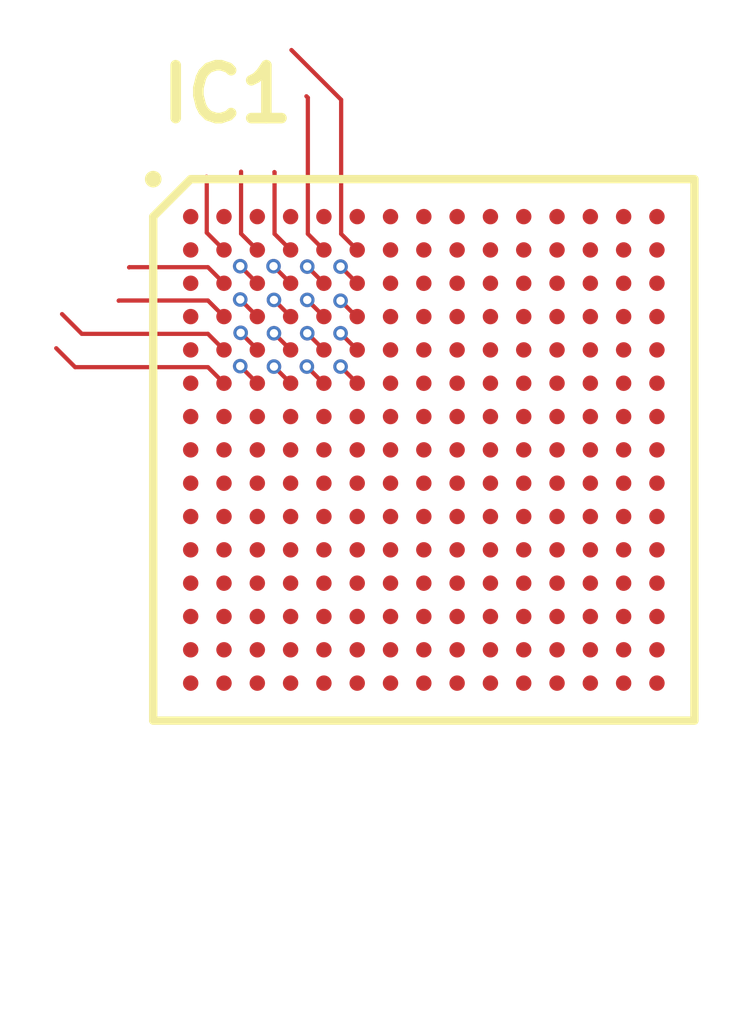
<source format=kicad_pcb>
(kicad_pcb (version 20240108) (generator "pcbnew") (generator_version "8.0")
  (layers (0 "F.Cu" signal) (1 "In1.Cu" signal) (2 "In2.Cu" signal) (31 "B.Cu" signal) (34 "B.Paste" user) (35 "F.Paste" user) (36 "B.SilkS" user "B.Silkscreen") (37 "F.SilkS" user "F.Silkscreen") (38 "B.Mask" user) (39 "F.Mask" user) (44 "Edge.Cuts" user))
  (net 0 "")
  (net 4 "unconnected-(IC1-PG12-PadF2)")
  (net 5 "unconnected-(IC1-PB9-PadC2)")
  (net 21 "unconnected-(IC1-PE1-PadC3)")
  (net 29 "unconnected-(IC1-PE2-PadB2)")
  (net 30 "unconnected-(IC1-PG11-PadF3)")
  (net 53 "unconnected-(IC1-VSS_6-PadD6)")
  (net 60 "unconnected-(IC1-PC14-_OSC32_I_N-PadD2)")
  (net 62 "unconnected-(IC1-PC13-PadE4)")
  (net 78 "unconnected-(IC1-PB5-PadB3)")
  (net 88 "unconnected-(IC1-PF1-PadC5)")
  (net 101 "unconnected-(IC1-PF4-PadB4)")
  (net 106 "unconnected-(IC1-PB3-PadC4)")
  (net 108 "unconnected-(IC1-VCAP4-PadE6)")
  (net 112 "unconnected-(IC1-PG2-PadC6)")
  (net 123 "unconnected-(IC1-PE3-PadF5)")
  (net 141 "unconnected-(IC1-VSS_5-PadD3)")
  (net 146 "unconnected-(IC1-VSS_7-PadE3)")
  (net 150 "unconnected-(IC1-PB6-PadE5)")
  (net 175 "unconnected-(IC1-PF0-PadB5)")
  (net 197 "unconnected-(IC1-PB4-PadD5)")
  (net 199 "unconnected-(IC1-PE5-PadF4)")
  (net 204 "unconnected-(IC1-PB7-PadD4)")
  (net 214 "unconnected-(IC1-PD7-PadB6)")
  (net 217 "unconnected-(IC1-PE4-PadE2)")
  (net 218 "unconnected-(IC1-VSS_9-PadF6)")
  (footprint "Personal_Project:STM32H7S7L8H6H_BGA225C80P15X15_1300X1300X120" (layer "F.Cu") (at 126.9 77.6)
    (property "Reference" "IC1" (at -4.72 -8.54 0) (layer "F.SilkS") (effects (font (size 1.27 1.27) (thickness 0.254))))
    (property "Value" "STM32H7S7L8H6H" (hide yes))
    (fp_line (start -6.5 -5.6) (end -5.6 -6.5) (stroke (width 0.2)) (layer "F.SilkS"))
    (fp_line (start -6.5 6.5) (end -6.5 -5.6) (stroke (width 0.2)) (layer "F.SilkS"))
    (fp_line (start -5.6 -6.5) (end 6.5 -6.5) (stroke (width 0.2)) (layer "F.SilkS"))
    (fp_line (start 6.5 -6.5) (end 6.5 6.5) (stroke (width 0.2)) (layer "F.SilkS"))
    (fp_line (start 6.5 6.5) (end -6.5 6.5) (stroke (width 0.2)) (layer "F.SilkS"))
    (fp_circle (center -6.5 -6.5) (end -6.5 -6.4) (stroke (width 0.2)) (fill none) (layer "F.SilkS"))
    (pad "A1" smd circle (at -5.6 -5.6 90) (size 0.37 0.37) (layers "F.Cu" "F.Paste" "F.Mask"))
    (pad "A2" smd circle (at -4.8 -5.6 90) (size 0.37 0.37) (layers "F.Cu" "F.Paste" "F.Mask"))
    (pad "A3" smd circle (at -4 -5.6 90) (size 0.37 0.37) (layers "F.Cu" "F.Paste" "F.Mask"))
    (pad "A4" smd circle (at -3.2 -5.6 90) (size 0.37 0.37) (layers "F.Cu" "F.Paste" "F.Mask"))
    (pad "A5" smd circle (at -2.4 -5.6 90) (size 0.37 0.37) (layers "F.Cu" "F.Paste" "F.Mask"))
    (pad "A6" smd circle (at -1.6 -5.6 90) (size 0.37 0.37) (layers "F.Cu" "F.Paste" "F.Mask"))
    (pad "A7" smd circle (at -0.8 -5.6 90) (size 0.37 0.37) (layers "F.Cu" "F.Paste" "F.Mask"))
    (pad "A8" smd circle (at 0 -5.6 90) (size 0.37 0.37) (layers "F.Cu" "F.Paste" "F.Mask"))
    (pad "A9" smd circle (at 0.8 -5.6 90) (size 0.37 0.37) (layers "F.Cu" "F.Paste" "F.Mask"))
    (pad "A10" smd circle (at 1.6 -5.6 90) (size 0.37 0.37) (layers "F.Cu" "F.Paste" "F.Mask"))
    (pad "A11" smd circle (at 2.4 -5.6 90) (size 0.37 0.37) (layers "F.Cu" "F.Paste" "F.Mask"))
    (pad "A12" smd circle (at 3.2 -5.6 90) (size 0.37 0.37) (layers "F.Cu" "F.Paste" "F.Mask"))
    (pad "A13" smd circle (at 4 -5.6 90) (size 0.37 0.37) (layers "F.Cu" "F.Paste" "F.Mask"))
    (pad "A14" smd circle (at 4.8 -5.6 90) (size 0.37 0.37) (layers "F.Cu" "F.Paste" "F.Mask"))
    (pad "A15" smd circle (at 5.6 -5.6 90) (size 0.37 0.37) (layers "F.Cu" "F.Paste" "F.Mask"))
    (pad "B1" smd circle (at -5.6 -4.8 90) (size 0.37 0.37) (layers "F.Cu" "F.Paste" "F.Mask"))
    (pad "B2" smd circle (at -4.8 -4.8 90) (size 0.37 0.37) (layers "F.Cu" "F.Paste" "F.Mask") (net 29 "unconnected-(IC1-PE2-PadB2)"))
    (pad "B3" smd circle (at -4 -4.8 90) (size 0.37 0.37) (layers "F.Cu" "F.Paste" "F.Mask") (net 78 "unconnected-(IC1-PB5-PadB3)"))
    (pad "B4" smd circle (at -3.2 -4.8 90) (size 0.37 0.37) (layers "F.Cu" "F.Paste" "F.Mask") (net 101 "unconnected-(IC1-PF4-PadB4)"))
    (pad "B5" smd circle (at -2.4 -4.8 90) (size 0.37 0.37) (layers "F.Cu" "F.Paste" "F.Mask") (net 175 "unconnected-(IC1-PF0-PadB5)"))
    (pad "B6" smd circle (at -1.6 -4.8 90) (size 0.37 0.37) (layers "F.Cu" "F.Paste" "F.Mask") (net 214 "unconnected-(IC1-PD7-PadB6)"))
    (pad "B7" smd circle (at -0.8 -4.8 90) (size 0.37 0.37) (layers "F.Cu" "F.Paste" "F.Mask"))
    (pad "B8" smd circle (at 0 -4.8 90) (size 0.37 0.37) (layers "F.Cu" "F.Paste" "F.Mask"))
    (pad "B9" smd circle (at 0.8 -4.8 90) (size 0.37 0.37) (layers "F.Cu" "F.Paste" "F.Mask"))
    (pad "B10" smd circle (at 1.6 -4.8 90) (size 0.37 0.37) (layers "F.Cu" "F.Paste" "F.Mask"))
    (pad "B11" smd circle (at 2.4 -4.8 90) (size 0.37 0.37) (layers "F.Cu" "F.Paste" "F.Mask"))
    (pad "B12" smd circle (at 3.2 -4.8 90) (size 0.37 0.37) (layers "F.Cu" "F.Paste" "F.Mask"))
    (pad "B13" smd circle (at 4 -4.8 90) (size 0.37 0.37) (layers "F.Cu" "F.Paste" "F.Mask"))
    (pad "B14" smd circle (at 4.8 -4.8 90) (size 0.37 0.37) (layers "F.Cu" "F.Paste" "F.Mask"))
    (pad "B15" smd circle (at 5.6 -4.8 90) (size 0.37 0.37) (layers "F.Cu" "F.Paste" "F.Mask"))
    (pad "C1" smd circle (at -5.6 -4 90) (size 0.37 0.37) (layers "F.Cu" "F.Paste" "F.Mask"))
    (pad "C2" smd circle (at -4.8 -4 90) (size 0.37 0.37) (layers "F.Cu" "F.Paste" "F.Mask") (net 5 "unconnected-(IC1-PB9-PadC2)"))
    (pad "C3" smd circle (at -4 -4 90) (size 0.37 0.37) (layers "F.Cu" "F.Paste" "F.Mask") (net 21 "unconnected-(IC1-PE1-PadC3)"))
    (pad "C4" smd circle (at -3.2 -4 90) (size 0.37 0.37) (layers "F.Cu" "F.Paste" "F.Mask") (net 106 "unconnected-(IC1-PB3-PadC4)"))
    (pad "C5" smd circle (at -2.4 -4 90) (size 0.37 0.37) (layers "F.Cu" "F.Paste" "F.Mask") (net 88 "unconnected-(IC1-PF1-PadC5)"))
    (pad "C6" smd circle (at -1.6 -4 90) (size 0.37 0.37) (layers "F.Cu" "F.Paste" "F.Mask") (net 112 "unconnected-(IC1-PG2-PadC6)"))
    (pad "C7" smd circle (at -0.8 -4 90) (size 0.37 0.37) (layers "F.Cu" "F.Paste" "F.Mask"))
    (pad "C8" smd circle (at 0 -4 90) (size 0.37 0.37) (layers "F.Cu" "F.Paste" "F.Mask"))
    (pad "C9" smd circle (at 0.8 -4 90) (size 0.37 0.37) (layers "F.Cu" "F.Paste" "F.Mask"))
    (pad "C10" smd circle (at 1.6 -4 90) (size 0.37 0.37) (layers "F.Cu" "F.Paste" "F.Mask"))
    (pad "C11" smd circle (at 2.4 -4 90) (size 0.37 0.37) (layers "F.Cu" "F.Paste" "F.Mask"))
    (pad "C12" smd circle (at 3.2 -4 90) (size 0.37 0.37) (layers "F.Cu" "F.Paste" "F.Mask"))
    (pad "C13" smd circle (at 4 -4 90) (size 0.37 0.37) (layers "F.Cu" "F.Paste" "F.Mask"))
    (pad "C14" smd circle (at 4.8 -4 90) (size 0.37 0.37) (layers "F.Cu" "F.Paste" "F.Mask"))
    (pad "C15" smd circle (at 5.6 -4 90) (size 0.37 0.37) (layers "F.Cu" "F.Paste" "F.Mask"))
    (pad "D1" smd circle (at -5.6 -3.2 90) (size 0.37 0.37) (layers "F.Cu" "F.Paste" "F.Mask"))
    (pad "D2" smd circle (at -4.8 -3.2 90) (size 0.37 0.37) (layers "F.Cu" "F.Paste" "F.Mask") (net 60 "unconnected-(IC1-PC14-_OSC32_I_N-PadD2)"))
    (pad "D3" smd circle (at -4 -3.2 90) (size 0.37 0.37) (layers "F.Cu" "F.Paste" "F.Mask") (net 141 "unconnected-(IC1-VSS_5-PadD3)"))
    (pad "D4" smd circle (at -3.2 -3.2 90) (size 0.37 0.37) (layers "F.Cu" "F.Paste" "F.Mask") (net 204 "unconnected-(IC1-PB7-PadD4)"))
    (pad "D5" smd circle (at -2.4 -3.2 90) (size 0.37 0.37) (layers "F.Cu" "F.Paste" "F.Mask") (net 197 "unconnected-(IC1-PB4-PadD5)"))
    (pad "D6" smd circle (at -1.6 -3.2 90) (size 0.37 0.37) (layers "F.Cu" "F.Paste" "F.Mask") (net 53 "unconnected-(IC1-VSS_6-PadD6)"))
    (pad "D7" smd circle (at -0.8 -3.2 90) (size 0.37 0.37) (layers "F.Cu" "F.Paste" "F.Mask"))
    (pad "D8" smd circle (at 0 -3.2 90) (size 0.37 0.37) (layers "F.Cu" "F.Paste" "F.Mask"))
    (pad "D9" smd circle (at 0.8 -3.2 90) (size 0.37 0.37) (layers "F.Cu" "F.Paste" "F.Mask"))
    (pad "D10" smd circle (at 1.6 -3.2 90) (size 0.37 0.37) (layers "F.Cu" "F.Paste" "F.Mask"))
    (pad "D11" smd circle (at 2.4 -3.2 90) (size 0.37 0.37) (layers "F.Cu" "F.Paste" "F.Mask"))
    (pad "D12" smd circle (at 3.2 -3.2 90) (size 0.37 0.37) (layers "F.Cu" "F.Paste" "F.Mask"))
    (pad "D13" smd circle (at 4 -3.2 90) (size 0.37 0.37) (layers "F.Cu" "F.Paste" "F.Mask"))
    (pad "D14" smd circle (at 4.8 -3.2 90) (size 0.37 0.37) (layers "F.Cu" "F.Paste" "F.Mask"))
    (pad "D15" smd circle (at 5.6 -3.2 90) (size 0.37 0.37) (layers "F.Cu" "F.Paste" "F.Mask"))
    (pad "E1" smd circle (at -5.6 -2.4 90) (size 0.37 0.37) (layers "F.Cu" "F.Paste" "F.Mask"))
    (pad "E2" smd circle (at -4.8 -2.4 90) (size 0.37 0.37) (layers "F.Cu" "F.Paste" "F.Mask") (net 217 "unconnected-(IC1-PE4-PadE2)"))
    (pad "E3" smd circle (at -4 -2.4 90) (size 0.37 0.37) (layers "F.Cu" "F.Paste" "F.Mask") (net 146 "unconnected-(IC1-VSS_7-PadE3)"))
    (pad "E4" smd circle (at -3.2 -2.4 90) (size 0.37 0.37) (layers "F.Cu" "F.Paste" "F.Mask") (net 62 "unconnected-(IC1-PC13-PadE4)"))
    (pad "E5" smd circle (at -2.4 -2.4 90) (size 0.37 0.37) (layers "F.Cu" "F.Paste" "F.Mask") (net 150 "unconnected-(IC1-PB6-PadE5)"))
    (pad "E6" smd circle (at -1.6 -2.4 90) (size 0.37 0.37) (layers "F.Cu" "F.Paste" "F.Mask") (net 108 "unconnected-(IC1-VCAP4-PadE6)"))
    (pad "E7" smd circle (at -0.8 -2.4 90) (size 0.37 0.37) (layers "F.Cu" "F.Paste" "F.Mask"))
    (pad "E8" smd circle (at 0 -2.4 90) (size 0.37 0.37) (layers "F.Cu" "F.Paste" "F.Mask"))
    (pad "E9" smd circle (at 0.8 -2.4 90) (size 0.37 0.37) (layers "F.Cu" "F.Paste" "F.Mask"))
    (pad "E10" smd circle (at 1.6 -2.4 90) (size 0.37 0.37) (layers "F.Cu" "F.Paste" "F.Mask"))
    (pad "E11" smd circle (at 2.4 -2.4 90) (size 0.37 0.37) (layers "F.Cu" "F.Paste" "F.Mask"))
    (pad "E12" smd circle (at 3.2 -2.4 90) (size 0.37 0.37) (layers "F.Cu" "F.Paste" "F.Mask"))
    (pad "E13" smd circle (at 4 -2.4 90) (size 0.37 0.37) (layers "F.Cu" "F.Paste" "F.Mask"))
    (pad "E14" smd circle (at 4.8 -2.4 90) (size 0.37 0.37) (layers "F.Cu" "F.Paste" "F.Mask"))
    (pad "E15" smd circle (at 5.6 -2.4 90) (size 0.37 0.37) (layers "F.Cu" "F.Paste" "F.Mask"))
    (pad "F1" smd circle (at -5.6 -1.6 90) (size 0.37 0.37) (layers "F.Cu" "F.Paste" "F.Mask"))
    (pad "F2" smd circle (at -4.8 -1.6 90) (size 0.37 0.37) (layers "F.Cu" "F.Paste" "F.Mask") (net 4 "unconnected-(IC1-PG12-PadF2)"))
    (pad "F3" smd circle (at -4 -1.6 90) (size 0.37 0.37) (layers "F.Cu" "F.Paste" "F.Mask") (net 30 "unconnected-(IC1-PG11-PadF3)"))
    (pad "F4" smd circle (at -3.2 -1.6 90) (size 0.37 0.37) (layers "F.Cu" "F.Paste" "F.Mask") (net 199 "unconnected-(IC1-PE5-PadF4)"))
    (pad "F5" smd circle (at -2.4 -1.6 90) (size 0.37 0.37) (layers "F.Cu" "F.Paste" "F.Mask") (net 123 "unconnected-(IC1-PE3-PadF5)"))
    (pad "F6" smd circle (at -1.6 -1.6 90) (size 0.37 0.37) (layers "F.Cu" "F.Paste" "F.Mask") (net 218 "unconnected-(IC1-VSS_9-PadF6)"))
    (pad "F7" smd circle (at -0.8 -1.6 90) (size 0.37 0.37) (layers "F.Cu" "F.Paste" "F.Mask"))
    (pad "F8" smd circle (at 0 -1.6 90) (size 0.37 0.37) (layers "F.Cu" "F.Paste" "F.Mask"))
    (pad "F9" smd circle (at 0.8 -1.6 90) (size 0.37 0.37) (layers "F.Cu" "F.Paste" "F.Mask"))
    (pad "F10" smd circle (at 1.6 -1.6 90) (size 0.37 0.37) (layers "F.Cu" "F.Paste" "F.Mask"))
    (pad "F11" smd circle (at 2.4 -1.6 90) (size 0.37 0.37) (layers "F.Cu" "F.Paste" "F.Mask"))
    (pad "F12" smd circle (at 3.2 -1.6 90) (size 0.37 0.37) (layers "F.Cu" "F.Paste" "F.Mask"))
    (pad "F13" smd circle (at 4 -1.6 90) (size 0.37 0.37) (layers "F.Cu" "F.Paste" "F.Mask"))
    (pad "F14" smd circle (at 4.8 -1.6 90) (size 0.37 0.37) (layers "F.Cu" "F.Paste" "F.Mask"))
    (pad "F15" smd circle (at 5.6 -1.6 90) (size 0.37 0.37) (layers "F.Cu" "F.Paste" "F.Mask"))
    (pad "G1" smd circle (at -5.6 -0.8 90) (size 0.37 0.37) (layers "F.Cu" "F.Paste" "F.Mask"))
    (pad "G2" smd circle (at -4.8 -0.8 90) (size 0.37 0.37) (layers "F.Cu" "F.Paste" "F.Mask"))
    (pad "G3" smd circle (at -4 -0.8 90) (size 0.37 0.37) (layers "F.Cu" "F.Paste" "F.Mask"))
    (pad "G4" smd circle (at -3.2 -0.8 90) (size 0.37 0.37) (layers "F.Cu" "F.Paste" "F.Mask"))
    (pad "G5" smd circle (at -2.4 -0.8 90) (size 0.37 0.37) (layers "F.Cu" "F.Paste" "F.Mask"))
    (pad "G6" smd circle (at -1.6 -0.8 90) (size 0.37 0.37) (layers "F.Cu" "F.Paste" "F.Mask"))
    (pad "G7" smd circle (at -0.8 -0.8 90) (size 0.37 0.37) (layers "F.Cu" "F.Paste" "F.Mask"))
    (pad "G8" smd circle (at 0 -0.8 90) (size 0.37 0.37) (layers "F.Cu" "F.Paste" "F.Mask"))
    (pad "G9" smd circle (at 0.8 -0.8 90) (size 0.37 0.37) (layers "F.Cu" "F.Paste" "F.Mask"))
    (pad "G10" smd circle (at 1.6 -0.8 90) (size 0.37 0.37) (layers "F.Cu" "F.Paste" "F.Mask"))
    (pad "G11" smd circle (at 2.4 -0.8 90) (size 0.37 0.37) (layers "F.Cu" "F.Paste" "F.Mask"))
    (pad "G12" smd circle (at 3.2 -0.8 90) (size 0.37 0.37) (layers "F.Cu" "F.Paste" "F.Mask"))
    (pad "G13" smd circle (at 4 -0.8 90) (size 0.37 0.37) (layers "F.Cu" "F.Paste" "F.Mask"))
    (pad "G14" smd circle (at 4.8 -0.8 90) (size 0.37 0.37) (layers "F.Cu" "F.Paste" "F.Mask"))
    (pad "G15" smd circle (at 5.6 -0.8 90) (size 0.37 0.37) (layers "F.Cu" "F.Paste" "F.Mask"))
    (pad "H1" smd circle (at -5.6 0 90) (size 0.37 0.37) (layers "F.Cu" "F.Paste" "F.Mask"))
    (pad "H2" smd circle (at -4.8 0 90) (size 0.37 0.37) (layers "F.Cu" "F.Paste" "F.Mask"))
    (pad "H3" smd circle (at -4 0 90) (size 0.37 0.37) (layers "F.Cu" "F.Paste" "F.Mask"))
    (pad "H4" smd circle (at -3.2 0 90) (size 0.37 0.37) (layers "F.Cu" "F.Paste" "F.Mask"))
    (pad "H5" smd circle (at -2.4 0 90) (size 0.37 0.37) (layers "F.Cu" "F.Paste" "F.Mask"))
    (pad "H6" smd circle (at -1.6 0 90) (size 0.37 0.37) (layers "F.Cu" "F.Paste" "F.Mask"))
    (pad "H7" smd circle (at -0.8 0 90) (size 0.37 0.37) (layers "F.Cu" "F.Paste" "F.Mask"))
    (pad "H8" smd circle (at 0 0 90) (size 0.37 0.37) (layers "F.Cu" "F.Paste" "F.Mask"))
    (pad "H9" smd circle (at 0.8 0 90) (size 0.37 0.37) (layers "F.Cu" "F.Paste" "F.Mask"))
    (pad "H10" smd circle (at 1.6 0 90) (size 0.37 0.37) (layers "F.Cu" "F.Paste" "F.Mask"))
    (pad "H11" smd circle (at 2.4 0 90) (size 0.37 0.37) (layers "F.Cu" "F.Paste" "F.Mask"))
    (pad "H12" smd circle (at 3.2 0 90) (size 0.37 0.37) (layers "F.Cu" "F.Paste" "F.Mask"))
    (pad "H13" smd circle (at 4 0 90) (size 0.37 0.37) (layers "F.Cu" "F.Paste" "F.Mask"))
    (pad "H14" smd circle (at 4.8 0 90) (size 0.37 0.37) (layers "F.Cu" "F.Paste" "F.Mask"))
    (pad "H15" smd circle (at 5.6 0 90) (size 0.37 0.37) (layers "F.Cu" "F.Paste" "F.Mask"))
    (pad "J1" smd circle (at -5.6 0.8 90) (size 0.37 0.37) (layers "F.Cu" "F.Paste" "F.Mask"))
    (pad "J2" smd circle (at -4.8 0.8 90) (size 0.37 0.37) (layers "F.Cu" "F.Paste" "F.Mask"))
    (pad "J3" smd circle (at -4 0.8 90) (size 0.37 0.37) (layers "F.Cu" "F.Paste" "F.Mask"))
    (pad "J4" smd circle (at -3.2 0.8 90) (size 0.37 0.37) (layers "F.Cu" "F.Paste" "F.Mask"))
    (pad "J5" smd circle (at -2.4 0.8 90) (size 0.37 0.37) (layers "F.Cu" "F.Paste" "F.Mask"))
    (pad "J6" smd circle (at -1.6 0.8 90) (size 0.37 0.37) (layers "F.Cu" "F.Paste" "F.Mask"))
    (pad "J7" smd circle (at -0.8 0.8 90) (size 0.37 0.37) (layers "F.Cu" "F.Paste" "F.Mask"))
    (pad "J8" smd circle (at 0 0.8 90) (size 0.37 0.37) (layers "F.Cu" "F.Paste" "F.Mask"))
    (pad "J9" smd circle (at 0.8 0.8 90) (size 0.37 0.37) (layers "F.Cu" "F.Paste" "F.Mask"))
    (pad "J10" smd circle (at 1.6 0.8 90) (size 0.37 0.37) (layers "F.Cu" "F.Paste" "F.Mask"))
    (pad "J11" smd circle (at 2.4 0.8 90) (size 0.37 0.37) (layers "F.Cu" "F.Paste" "F.Mask"))
    (pad "J12" smd circle (at 3.2 0.8 90) (size 0.37 0.37) (layers "F.Cu" "F.Paste" "F.Mask"))
    (pad "J13" smd circle (at 4 0.8 90) (size 0.37 0.37) (layers "F.Cu" "F.Paste" "F.Mask"))
    (pad "J14" smd circle (at 4.8 0.8 90) (size 0.37 0.37) (layers "F.Cu" "F.Paste" "F.Mask"))
    (pad "J15" smd circle (at 5.6 0.8 90) (size 0.37 0.37) (layers "F.Cu" "F.Paste" "F.Mask"))
    (pad "K1" smd circle (at -5.6 1.6 90) (size 0.37 0.37) (layers "F.Cu" "F.Paste" "F.Mask"))
    (pad "K2" smd circle (at -4.8 1.6 90) (size 0.37 0.37) (layers "F.Cu" "F.Paste" "F.Mask"))
    (pad "K3" smd circle (at -4 1.6 90) (size 0.37 0.37) (layers "F.Cu" "F.Paste" "F.Mask"))
    (pad "K4" smd circle (at -3.2 1.6 90) (size 0.37 0.37) (layers "F.Cu" "F.Paste" "F.Mask"))
    (pad "K5" smd circle (at -2.4 1.6 90) (size 0.37 0.37) (layers "F.Cu" "F.Paste" "F.Mask"))
    (pad "K6" smd circle (at -1.6 1.6 90) (size 0.37 0.37) (layers "F.Cu" "F.Paste" "F.Mask"))
    (pad "K7" smd circle (at -0.8 1.6 90) (size 0.37 0.37) (layers "F.Cu" "F.Paste" "F.Mask"))
    (pad "K8" smd circle (at 0 1.6 90) (size 0.37 0.37) (layers "F.Cu" "F.Paste" "F.Mask"))
    (pad "K9" smd circle (at 0.8 1.6 90) (size 0.37 0.37) (layers "F.Cu" "F.Paste" "F.Mask"))
    (pad "K10" smd circle (at 1.6 1.6 90) (size 0.37 0.37) (layers "F.Cu" "F.Paste" "F.Mask"))
    (pad "K11" smd circle (at 2.4 1.6 90) (size 0.37 0.37) (layers "F.Cu" "F.Paste" "F.Mask"))
    (pad "K12" smd circle (at 3.2 1.6 90) (size 0.37 0.37) (layers "F.Cu" "F.Paste" "F.Mask"))
    (pad "K13" smd circle (at 4 1.6 90) (size 0.37 0.37) (layers "F.Cu" "F.Paste" "F.Mask"))
    (pad "K14" smd circle (at 4.8 1.6 90) (size 0.37 0.37) (layers "F.Cu" "F.Paste" "F.Mask"))
    (pad "K15" smd circle (at 5.6 1.6 90) (size 0.37 0.37) (layers "F.Cu" "F.Paste" "F.Mask"))
    (pad "L1" smd circle (at -5.6 2.4 90) (size 0.37 0.37) (layers "F.Cu" "F.Paste" "F.Mask"))
    (pad "L2" smd circle (at -4.8 2.4 90) (size 0.37 0.37) (layers "F.Cu" "F.Paste" "F.Mask"))
    (pad "L3" smd circle (at -4 2.4 90) (size 0.37 0.37) (layers "F.Cu" "F.Paste" "F.Mask"))
    (pad "L4" smd circle (at -3.2 2.4 90) (size 0.37 0.37) (layers "F.Cu" "F.Paste" "F.Mask"))
    (pad "L5" smd circle (at -2.4 2.4 90) (size 0.37 0.37) (layers "F.Cu" "F.Paste" "F.Mask"))
    (pad "L6" smd circle (at -1.6 2.4 90) (size 0.37 0.37) (layers "F.Cu" "F.Paste" "F.Mask"))
    (pad "L7" smd circle (at -0.8 2.4 90) (size 0.37 0.37) (layers "F.Cu" "F.Paste" "F.Mask"))
    (pad "L8" smd circle (at 0 2.4 90) (size 0.37 0.37) (layers "F.Cu" "F.Paste" "F.Mask"))
    (pad "L9" smd circle (at 0.8 2.4 90) (size 0.37 0.37) (layers "F.Cu" "F.Paste" "F.Mask"))
    (pad "L10" smd circle (at 1.6 2.4 90) (size 0.37 0.37) (layers "F.Cu" "F.Paste" "F.Mask"))
    (pad "L11" smd circle (at 2.4 2.4 90) (size 0.37 0.37) (layers "F.Cu" "F.Paste" "F.Mask"))
    (pad "L12" smd circle (at 3.2 2.4 90) (size 0.37 0.37) (layers "F.Cu" "F.Paste" "F.Mask"))
    (pad "L13" smd circle (at 4 2.4 90) (size 0.37 0.37) (layers "F.Cu" "F.Paste" "F.Mask"))
    (pad "L14" smd circle (at 4.8 2.4 90) (size 0.37 0.37) (layers "F.Cu" "F.Paste" "F.Mask"))
    (pad "L15" smd circle (at 5.6 2.4 90) (size 0.37 0.37) (layers "F.Cu" "F.Paste" "F.Mask"))
    (pad "M1" smd circle (at -5.6 3.2 90) (size 0.37 0.37) (layers "F.Cu" "F.Paste" "F.Mask"))
    (pad "M2" smd circle (at -4.8 3.2 90) (size 0.37 0.37) (layers "F.Cu" "F.Paste" "F.Mask"))
    (pad "M3" smd circle (at -4 3.2 90) (size 0.37 0.37) (layers "F.Cu" "F.Paste" "F.Mask"))
    (pad "M4" smd circle (at -3.2 3.2 90) (size 0.37 0.37) (layers "F.Cu" "F.Paste" "F.Mask"))
    (pad "M5" smd circle (at -2.4 3.2 90) (size 0.37 0.37) (layers "F.Cu" "F.Paste" "F.Mask"))
    (pad "M6" smd circle (at -1.6 3.2 90) (size 0.37 0.37) (layers "F.Cu" "F.Paste" "F.Mask"))
    (pad "M7" smd circle (at -0.8 3.2 90) (size 0.37 0.37) (layers "F.Cu" "F.Paste" "F.Mask"))
    (pad "M8" smd circle (at 0 3.2 90) (size 0.37 0.37) (layers "F.Cu" "F.Paste" "F.Mask"))
    (pad "M9" smd circle (at 0.8 3.2 90) (size 0.37 0.37) (layers "F.Cu" "F.Paste" "F.Mask"))
    (pad "M10" smd circle (at 1.6 3.2 90) (size 0.37 0.37) (layers "F.Cu" "F.Paste" "F.Mask"))
    (pad "M11" smd circle (at 2.4 3.2 90) (size 0.37 0.37) (layers "F.Cu" "F.Paste" "F.Mask"))
    (pad "M12" smd circle (at 3.2 3.2 90) (size 0.37 0.37) (layers "F.Cu" "F.Paste" "F.Mask"))
    (pad "M13" smd circle (at 4 3.2 90) (size 0.37 0.37) (layers "F.Cu" "F.Paste" "F.Mask"))
    (pad "M14" smd circle (at 4.8 3.2 90) (size 0.37 0.37) (layers "F.Cu" "F.Paste" "F.Mask"))
    (pad "M15" smd circle (at 5.6 3.2 90) (size 0.37 0.37) (layers "F.Cu" "F.Paste" "F.Mask"))
    (pad "N1" smd circle (at -5.6 4 90) (size 0.37 0.37) (layers "F.Cu" "F.Paste" "F.Mask"))
    (pad "N2" smd circle (at -4.8 4 90) (size 0.37 0.37) (layers "F.Cu" "F.Paste" "F.Mask"))
    (pad "N3" smd circle (at -4 4 90) (size 0.37 0.37) (layers "F.Cu" "F.Paste" "F.Mask"))
    (pad "N4" smd circle (at -3.2 4 90) (size 0.37 0.37) (layers "F.Cu" "F.Paste" "F.Mask"))
    (pad "N5" smd circle (at -2.4 4 90) (size 0.37 0.37) (layers "F.Cu" "F.Paste" "F.Mask"))
    (pad "N6" smd circle (at -1.6 4 90) (size 0.37 0.37) (layers "F.Cu" "F.Paste" "F.Mask"))
    (pad "N7" smd circle (at -0.8 4 90) (size 0.37 0.37) (layers "F.Cu" "F.Paste" "F.Mask"))
    (pad "N8" smd circle (at 0 4 90) (size 0.37 0.37) (layers "F.Cu" "F.Paste" "F.Mask"))
    (pad "N9" smd circle (at 0.8 4 90) (size 0.37 0.37) (layers "F.Cu" "F.Paste" "F.Mask"))
    (pad "N10" smd circle (at 1.6 4 90) (size 0.37 0.37) (layers "F.Cu" "F.Paste" "F.Mask"))
    (pad "N11" smd circle (at 2.4 4 90) (size 0.37 0.37) (layers "F.Cu" "F.Paste" "F.Mask"))
    (pad "N12" smd circle (at 3.2 4 90) (size 0.37 0.37) (layers "F.Cu" "F.Paste" "F.Mask"))
    (pad "N13" smd circle (at 4 4 90) (size 0.37 0.37) (layers "F.Cu" "F.Paste" "F.Mask"))
    (pad "N14" smd circle (at 4.8 4 90) (size 0.37 0.37) (layers "F.Cu" "F.Paste" "F.Mask"))
    (pad "N15" smd circle (at 5.6 4 90) (size 0.37 0.37) (layers "F.Cu" "F.Paste" "F.Mask"))
    (pad "P1" smd circle (at -5.6 4.8 90) (size 0.37 0.37) (layers "F.Cu" "F.Paste" "F.Mask"))
    (pad "P2" smd circle (at -4.8 4.8 90) (size 0.37 0.37) (layers "F.Cu" "F.Paste" "F.Mask"))
    (pad "P3" smd circle (at -4 4.8 90) (size 0.37 0.37) (layers "F.Cu" "F.Paste" "F.Mask"))
    (pad "P4" smd circle (at -3.2 4.8 90) (size 0.37 0.37) (layers "F.Cu" "F.Paste" "F.Mask"))
    (pad "P5" smd circle (at -2.4 4.8 90) (size 0.37 0.37) (layers "F.Cu" "F.Paste" "F.Mask"))
    (pad "P6" smd circle (at -1.6 4.8 90) (size 0.37 0.37) (layers "F.Cu" "F.Paste" "F.Mask"))
    (pad "P7" smd circle (at -0.8 4.8 90) (size 0.37 0.37) (layers "F.Cu" "F.Paste" "F.Mask"))
    (pad "P8" smd circle (at 0 4.8 90) (size 0.37 0.37) (layers "F.Cu" "F.Paste" "F.Mask"))
    (pad "P9" smd circle (at 0.8 4.8 90) (size 0.37 0.37) (layers "F.Cu" "F.Paste" "F.Mask"))
    (pad "P10" smd circle (at 1.6 4.8 90) (size 0.37 0.37) (layers "F.Cu" "F.Paste" "F.Mask"))
    (pad "P11" smd circle (at 2.4 4.8 90) (size 0.37 0.37) (layers "F.Cu" "F.Paste" "F.Mask"))
    (pad "P12" smd circle (at 3.2 4.8 90) (size 0.37 0.37) (layers "F.Cu" "F.Paste" "F.Mask"))
    (pad "P13" smd circle (at 4 4.8 90) (size 0.37 0.37) (layers "F.Cu" "F.Paste" "F.Mask"))
    (pad "P14" smd circle (at 4.8 4.8 90) (size 0.37 0.37) (layers "F.Cu" "F.Paste" "F.Mask"))
    (pad "P15" smd circle (at 5.6 4.8 90) (size 0.37 0.37) (layers "F.Cu" "F.Paste" "F.Mask"))
    (pad "R1" smd circle (at -5.6 5.6 90) (size 0.37 0.37) (layers "F.Cu" "F.Paste" "F.Mask"))
    (pad "R2" smd circle (at -4.8 5.6 90) (size 0.37 0.37) (layers "F.Cu" "F.Paste" "F.Mask"))
    (pad "R3" smd circle (at -4 5.6 90) (size 0.37 0.37) (layers "F.Cu" "F.Paste" "F.Mask"))
    (pad "R4" smd circle (at -3.2 5.6 90) (size 0.37 0.37) (layers "F.Cu" "F.Paste" "F.Mask"))
    (pad "R5" smd circle (at -2.4 5.6 90) (size 0.37 0.37) (layers "F.Cu" "F.Paste" "F.Mask"))
    (pad "R6" smd circle (at -1.6 5.6 90) (size 0.37 0.37) (layers "F.Cu" "F.Paste" "F.Mask"))
    (pad "R7" smd circle (at -0.8 5.6 90) (size 0.37 0.37) (layers "F.Cu" "F.Paste" "F.Mask"))
    (pad "R8" smd circle (at 0 5.6 90) (size 0.37 0.37) (layers "F.Cu" "F.Paste" "F.Mask"))
    (pad "R9" smd circle (at 0.8 5.6 90) (size 0.37 0.37) (layers "F.Cu" "F.Paste" "F.Mask"))
    (pad "R10" smd circle (at 1.6 5.6 90) (size 0.37 0.37) (layers "F.Cu" "F.Paste" "F.Mask"))
    (pad "R11" smd circle (at 2.4 5.6 90) (size 0.37 0.37) (layers "F.Cu" "F.Paste" "F.Mask"))
    (pad "R12" smd circle (at 3.2 5.6 90) (size 0.37 0.37) (layers "F.Cu" "F.Paste" "F.Mask"))
    (pad "R13" smd circle (at 4 5.6 90) (size 0.37 0.37) (layers "F.Cu" "F.Paste" "F.Mask"))
    (pad "R14" smd circle (at 4.8 5.6 90) (size 0.37 0.37) (layers "F.Cu" "F.Paste" "F.Mask"))
    (pad "R15" smd circle (at 5.6 5.6 90) (size 0.37 0.37) (layers "F.Cu" "F.Paste" "F.Mask"))
  )
  (segment (start 118.5242 75.6142) (end 118.07 75.16) (width 0.1016) (layer "F.Cu") (net 4))
  (segment (start 122.1 76) (end 121.7142 75.6142) (width 0.1016) (layer "F.Cu") (net 4))
  (segment (start 121.7142 75.6142) (end 118.5242 75.6142) (width 0.1016) (layer "F.Cu") (net 4))
  (segment (start 119.8258 73.2142) (end 119.82 73.22) (width 0.1016) (layer "F.Cu") (net 5))
  (segment (start 122.1 73.6) (end 121.7142 73.2142) (width 0.1016) (layer "F.Cu") (net 5))
  (segment (start 121.7142 73.2142) (end 119.8258 73.2142) (width 0.1016) (layer "F.Cu") (net 5))
  (segment (start 122.9 73.6) (end 122.49 73.19) (width 0.1016) (layer "F.Cu") (net 21))
  (via (at 122.49 73.19) (size 0.35) (drill 0.2) (layers "F.Cu" "B.Cu") (net 21))
  (segment (start 121.6858 72.3858) (end 121.6858 71.0458) (width 0.1016) (layer "F.Cu") (net 29))
  (segment (start 121.6858 71.0458) (end 121.68 71.04) (width 0.1016) (layer "F.Cu") (net 29))
  (segment (start 122.1 72.8) (end 121.6858 72.3858) (width 0.1016) (layer "F.Cu") (net 29))
  (segment (start 122.9 76) (end 122.49 75.59) (width 0.1016) (layer "F.Cu") (net 30))
  (via (at 122.49 75.59) (size 0.35) (drill 0.2) (layers "F.Cu" "B.Cu") (net 30))
  (segment (start 125.3 74.4) (end 125.28 74.4) (width 0.1016) (layer "F.Cu") (net 53))
  (segment (start 125.28 74.4) (end 124.9 74.02) (width 0.1016) (layer "F.Cu") (net 53))
  (via (at 124.9 74.02) (size 0.35) (drill 0.2) (layers "F.Cu" "B.Cu") (net 53))
  (segment (start 122.1 74.4) (end 121.7142 74.0142) (width 0.1016) (layer "F.Cu") (net 60))
  (segment (start 119.5758 74.0142) (end 119.57 74.02) (width 0.1016) (layer "F.Cu") (net 60))
  (segment (start 121.7142 74.0142) (end 119.5758 74.0142) (width 0.1016) (layer "F.Cu") (net 60))
  (segment (start 123.7 75.2) (end 123.3 74.8) (width 0.1016) (layer "F.Cu") (net 62))
  (via (at 123.3 74.8) (size 0.35) (drill 0.2) (layers "F.Cu" "B.Cu") (net 62))
  (segment (start 122.9 72.8) (end 122.51 72.41) (width 0.1016) (layer "F.Cu") (net 78))
  (segment (start 122.51 72.41) (end 122.51 70.92) (width 0.1016) (layer "F.Cu") (net 78))
  (segment (start 124.5 73.6) (end 124.1 73.2) (width 0.1016) (layer "F.Cu") (net 88))
  (via (at 124.1 73.2) (size 0.35) (drill 0.2) (layers "F.Cu" "B.Cu") (net 88))
  (segment (start 123.3142 72.4142) (end 123.3142 70.9342) (width 0.1016) (layer "F.Cu") (net 101))
  (segment (start 123.7 72.8) (end 123.3142 72.4142) (width 0.1016) (layer "F.Cu") (net 101))
  (segment (start 123.3142 70.9342) (end 123.31 70.93) (width 0.1016) (layer "F.Cu") (net 101))
  (segment (start 123.7 73.6) (end 123.29 73.19) (width 0.1016) (layer "F.Cu") (net 106))
  (via (at 123.29 73.19) (size 0.35) (drill 0.2) (layers "F.Cu" "B.Cu") (net 106))
  (segment (start 125.3 75.2) (end 124.9 74.8) (width 0.1016) (layer "F.Cu") (net 108))
  (via (at 124.9 74.8) (size 0.35) (drill 0.2) (layers "F.Cu" "B.Cu") (net 108))
  (segment (start 125.3 73.6) (end 124.9 73.2) (width 0.1016) (layer "F.Cu") (net 112))
  (via (at 124.9 73.2) (size 0.35) (drill 0.2) (layers "F.Cu" "B.Cu") (net 112))
  (segment (start 124.5 76) (end 124.49 76) (width 0.1016) (layer "F.Cu") (net 123))
  (segment (start 124.49 76) (end 124.09 75.6) (width 0.1016) (layer "F.Cu") (net 123))
  (via (at 124.09 75.6) (size 0.35) (drill 0.2) (layers "F.Cu" "B.Cu") (net 123))
  (segment (start 122.9 74.4) (end 122.49 73.99) (width 0.1016) (layer "F.Cu") (net 141))
  (via (at 122.49 73.99) (size 0.35) (drill 0.2) (layers "F.Cu" "B.Cu") (net 141))
  (segment (start 122.9 75.19) (end 122.5 74.79) (width 0.1016) (layer "F.Cu") (net 146))
  (segment (start 122.9 75.2) (end 122.9 75.19) (width 0.1016) (layer "F.Cu") (net 146))
  (via (at 122.5 74.79) (size 0.35) (drill 0.2) (layers "F.Cu" "B.Cu") (net 146))
  (segment (start 124.5 75.2) (end 124.1 74.8) (width 0.1016) (layer "F.Cu") (net 150))
  (via (at 124.1 74.8) (size 0.35) (drill 0.2) (layers "F.Cu" "B.Cu") (net 150))
  (segment (start 124.5 72.8) (end 124.1142 72.4142) (width 0.1016) (layer "F.Cu") (net 175))
  (segment (start 124.1142 69.1442) (end 124.08 69.11) (width 0.1016) (layer "F.Cu") (net 175))
  (segment (start 124.1142 72.4142) (end 124.1142 69.1442) (width 0.1016) (layer "F.Cu") (net 175))
  (segment (start 124.5 74.4) (end 124.1 74) (width 0.1016) (layer "F.Cu") (net 197))
  (via (at 124.1 74) (size 0.35) (drill 0.2) (layers "F.Cu" "B.Cu") (net 197))
  (segment (start 123.7 76) (end 123.3 75.6) (width 0.1016) (layer "F.Cu") (net 199))
  (via (at 123.3 75.6) (size 0.35) (drill 0.2) (layers "F.Cu" "B.Cu") (net 199))
  (segment (start 123.7 74.4) (end 123.3 74) (width 0.1016) (layer "F.Cu") (net 204))
  (via (at 123.3 74) (size 0.35) (drill 0.2) (layers "F.Cu" "B.Cu") (net 204))
  (segment (start 124.9142 69.1942) (end 123.72 68) (width 0.1016) (layer "F.Cu") (net 214))
  (segment (start 125.3 72.8) (end 124.9142 72.4142) (width 0.1016) (layer "F.Cu") (net 214))
  (segment (start 124.9142 72.4142) (end 124.9142 69.1942) (width 0.1016) (layer "F.Cu") (net 214))
  (segment (start 118.6842 74.8142) (end 118.21 74.34) (width 0.1016) (layer "F.Cu") (net 217))
  (segment (start 121.7142 74.8142) (end 118.6842 74.8142) (width 0.1016) (layer "F.Cu") (net 217))
  (segment (start 122.1 75.2) (end 121.7142 74.8142) (width 0.1016) (layer "F.Cu") (net 217))
  (segment (start 125.3 76) (end 124.9 75.6) (width 0.1016) (layer "F.Cu") (net 218))
  (via (at 124.9 75.6) (size 0.35) (drill 0.2) (layers "F.Cu" "B.Cu") (net 218))
)
</source>
